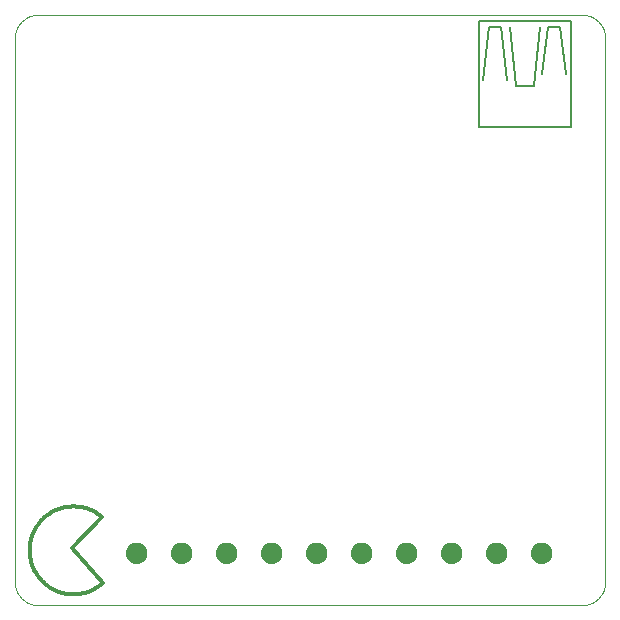
<source format=gbo>
G75*
%MOIN*%
%OFA0B0*%
%FSLAX25Y25*%
%IPPOS*%
%LPD*%
%AMOC8*
5,1,8,0,0,1.08239X$1,22.5*
%
%ADD10C,0.00000*%
%ADD11C,0.05000*%
%ADD12C,0.01200*%
%ADD13C,0.00500*%
D10*
X0001600Y0009474D02*
X0001600Y0190576D01*
X0001602Y0190766D01*
X0001609Y0190956D01*
X0001621Y0191146D01*
X0001637Y0191336D01*
X0001657Y0191525D01*
X0001683Y0191714D01*
X0001712Y0191902D01*
X0001747Y0192089D01*
X0001786Y0192275D01*
X0001829Y0192460D01*
X0001877Y0192645D01*
X0001929Y0192828D01*
X0001985Y0193009D01*
X0002046Y0193189D01*
X0002112Y0193368D01*
X0002181Y0193545D01*
X0002255Y0193721D01*
X0002333Y0193894D01*
X0002416Y0194066D01*
X0002502Y0194235D01*
X0002592Y0194403D01*
X0002687Y0194568D01*
X0002785Y0194731D01*
X0002888Y0194891D01*
X0002994Y0195049D01*
X0003104Y0195204D01*
X0003217Y0195357D01*
X0003335Y0195507D01*
X0003456Y0195653D01*
X0003580Y0195797D01*
X0003708Y0195938D01*
X0003839Y0196076D01*
X0003974Y0196211D01*
X0004112Y0196342D01*
X0004253Y0196470D01*
X0004397Y0196594D01*
X0004543Y0196715D01*
X0004693Y0196833D01*
X0004846Y0196946D01*
X0005001Y0197056D01*
X0005159Y0197162D01*
X0005319Y0197265D01*
X0005482Y0197363D01*
X0005647Y0197458D01*
X0005815Y0197548D01*
X0005984Y0197634D01*
X0006156Y0197717D01*
X0006329Y0197795D01*
X0006505Y0197869D01*
X0006682Y0197938D01*
X0006861Y0198004D01*
X0007041Y0198065D01*
X0007222Y0198121D01*
X0007405Y0198173D01*
X0007590Y0198221D01*
X0007775Y0198264D01*
X0007961Y0198303D01*
X0008148Y0198338D01*
X0008336Y0198367D01*
X0008525Y0198393D01*
X0008714Y0198413D01*
X0008904Y0198429D01*
X0009094Y0198441D01*
X0009284Y0198448D01*
X0009474Y0198450D01*
X0190576Y0198450D01*
X0190766Y0198448D01*
X0190956Y0198441D01*
X0191146Y0198429D01*
X0191336Y0198413D01*
X0191525Y0198393D01*
X0191714Y0198367D01*
X0191902Y0198338D01*
X0192089Y0198303D01*
X0192275Y0198264D01*
X0192460Y0198221D01*
X0192645Y0198173D01*
X0192828Y0198121D01*
X0193009Y0198065D01*
X0193189Y0198004D01*
X0193368Y0197938D01*
X0193545Y0197869D01*
X0193721Y0197795D01*
X0193894Y0197717D01*
X0194066Y0197634D01*
X0194235Y0197548D01*
X0194403Y0197458D01*
X0194568Y0197363D01*
X0194731Y0197265D01*
X0194891Y0197162D01*
X0195049Y0197056D01*
X0195204Y0196946D01*
X0195357Y0196833D01*
X0195507Y0196715D01*
X0195653Y0196594D01*
X0195797Y0196470D01*
X0195938Y0196342D01*
X0196076Y0196211D01*
X0196211Y0196076D01*
X0196342Y0195938D01*
X0196470Y0195797D01*
X0196594Y0195653D01*
X0196715Y0195507D01*
X0196833Y0195357D01*
X0196946Y0195204D01*
X0197056Y0195049D01*
X0197162Y0194891D01*
X0197265Y0194731D01*
X0197363Y0194568D01*
X0197458Y0194403D01*
X0197548Y0194235D01*
X0197634Y0194066D01*
X0197717Y0193894D01*
X0197795Y0193721D01*
X0197869Y0193545D01*
X0197938Y0193368D01*
X0198004Y0193189D01*
X0198065Y0193009D01*
X0198121Y0192828D01*
X0198173Y0192645D01*
X0198221Y0192460D01*
X0198264Y0192275D01*
X0198303Y0192089D01*
X0198338Y0191902D01*
X0198367Y0191714D01*
X0198393Y0191525D01*
X0198413Y0191336D01*
X0198429Y0191146D01*
X0198441Y0190956D01*
X0198448Y0190766D01*
X0198450Y0190576D01*
X0198450Y0009474D01*
X0198448Y0009284D01*
X0198441Y0009094D01*
X0198429Y0008904D01*
X0198413Y0008714D01*
X0198393Y0008525D01*
X0198367Y0008336D01*
X0198338Y0008148D01*
X0198303Y0007961D01*
X0198264Y0007775D01*
X0198221Y0007590D01*
X0198173Y0007405D01*
X0198121Y0007222D01*
X0198065Y0007041D01*
X0198004Y0006861D01*
X0197938Y0006682D01*
X0197869Y0006505D01*
X0197795Y0006329D01*
X0197717Y0006156D01*
X0197634Y0005984D01*
X0197548Y0005815D01*
X0197458Y0005647D01*
X0197363Y0005482D01*
X0197265Y0005319D01*
X0197162Y0005159D01*
X0197056Y0005001D01*
X0196946Y0004846D01*
X0196833Y0004693D01*
X0196715Y0004543D01*
X0196594Y0004397D01*
X0196470Y0004253D01*
X0196342Y0004112D01*
X0196211Y0003974D01*
X0196076Y0003839D01*
X0195938Y0003708D01*
X0195797Y0003580D01*
X0195653Y0003456D01*
X0195507Y0003335D01*
X0195357Y0003217D01*
X0195204Y0003104D01*
X0195049Y0002994D01*
X0194891Y0002888D01*
X0194731Y0002785D01*
X0194568Y0002687D01*
X0194403Y0002592D01*
X0194235Y0002502D01*
X0194066Y0002416D01*
X0193894Y0002333D01*
X0193721Y0002255D01*
X0193545Y0002181D01*
X0193368Y0002112D01*
X0193189Y0002046D01*
X0193009Y0001985D01*
X0192828Y0001929D01*
X0192645Y0001877D01*
X0192460Y0001829D01*
X0192275Y0001786D01*
X0192089Y0001747D01*
X0191902Y0001712D01*
X0191714Y0001683D01*
X0191525Y0001657D01*
X0191336Y0001637D01*
X0191146Y0001621D01*
X0190956Y0001609D01*
X0190766Y0001602D01*
X0190576Y0001600D01*
X0009474Y0001600D01*
X0009284Y0001602D01*
X0009094Y0001609D01*
X0008904Y0001621D01*
X0008714Y0001637D01*
X0008525Y0001657D01*
X0008336Y0001683D01*
X0008148Y0001712D01*
X0007961Y0001747D01*
X0007775Y0001786D01*
X0007590Y0001829D01*
X0007405Y0001877D01*
X0007222Y0001929D01*
X0007041Y0001985D01*
X0006861Y0002046D01*
X0006682Y0002112D01*
X0006505Y0002181D01*
X0006329Y0002255D01*
X0006156Y0002333D01*
X0005984Y0002416D01*
X0005815Y0002502D01*
X0005647Y0002592D01*
X0005482Y0002687D01*
X0005319Y0002785D01*
X0005159Y0002888D01*
X0005001Y0002994D01*
X0004846Y0003104D01*
X0004693Y0003217D01*
X0004543Y0003335D01*
X0004397Y0003456D01*
X0004253Y0003580D01*
X0004112Y0003708D01*
X0003974Y0003839D01*
X0003839Y0003974D01*
X0003708Y0004112D01*
X0003580Y0004253D01*
X0003456Y0004397D01*
X0003335Y0004543D01*
X0003217Y0004693D01*
X0003104Y0004846D01*
X0002994Y0005001D01*
X0002888Y0005159D01*
X0002785Y0005319D01*
X0002687Y0005482D01*
X0002592Y0005647D01*
X0002502Y0005815D01*
X0002416Y0005984D01*
X0002333Y0006156D01*
X0002255Y0006329D01*
X0002181Y0006505D01*
X0002112Y0006682D01*
X0002046Y0006861D01*
X0001985Y0007041D01*
X0001929Y0007222D01*
X0001877Y0007405D01*
X0001829Y0007590D01*
X0001786Y0007775D01*
X0001747Y0007961D01*
X0001712Y0008148D01*
X0001683Y0008336D01*
X0001657Y0008525D01*
X0001637Y0008714D01*
X0001621Y0008904D01*
X0001609Y0009094D01*
X0001602Y0009284D01*
X0001600Y0009474D01*
D11*
X0041100Y0019100D02*
X0041102Y0019163D01*
X0041108Y0019225D01*
X0041118Y0019287D01*
X0041131Y0019349D01*
X0041149Y0019409D01*
X0041170Y0019468D01*
X0041195Y0019526D01*
X0041224Y0019582D01*
X0041256Y0019636D01*
X0041291Y0019688D01*
X0041329Y0019737D01*
X0041371Y0019785D01*
X0041415Y0019829D01*
X0041463Y0019871D01*
X0041512Y0019909D01*
X0041564Y0019944D01*
X0041618Y0019976D01*
X0041674Y0020005D01*
X0041732Y0020030D01*
X0041791Y0020051D01*
X0041851Y0020069D01*
X0041913Y0020082D01*
X0041975Y0020092D01*
X0042037Y0020098D01*
X0042100Y0020100D01*
X0042163Y0020098D01*
X0042225Y0020092D01*
X0042287Y0020082D01*
X0042349Y0020069D01*
X0042409Y0020051D01*
X0042468Y0020030D01*
X0042526Y0020005D01*
X0042582Y0019976D01*
X0042636Y0019944D01*
X0042688Y0019909D01*
X0042737Y0019871D01*
X0042785Y0019829D01*
X0042829Y0019785D01*
X0042871Y0019737D01*
X0042909Y0019688D01*
X0042944Y0019636D01*
X0042976Y0019582D01*
X0043005Y0019526D01*
X0043030Y0019468D01*
X0043051Y0019409D01*
X0043069Y0019349D01*
X0043082Y0019287D01*
X0043092Y0019225D01*
X0043098Y0019163D01*
X0043100Y0019100D01*
X0043098Y0019037D01*
X0043092Y0018975D01*
X0043082Y0018913D01*
X0043069Y0018851D01*
X0043051Y0018791D01*
X0043030Y0018732D01*
X0043005Y0018674D01*
X0042976Y0018618D01*
X0042944Y0018564D01*
X0042909Y0018512D01*
X0042871Y0018463D01*
X0042829Y0018415D01*
X0042785Y0018371D01*
X0042737Y0018329D01*
X0042688Y0018291D01*
X0042636Y0018256D01*
X0042582Y0018224D01*
X0042526Y0018195D01*
X0042468Y0018170D01*
X0042409Y0018149D01*
X0042349Y0018131D01*
X0042287Y0018118D01*
X0042225Y0018108D01*
X0042163Y0018102D01*
X0042100Y0018100D01*
X0042037Y0018102D01*
X0041975Y0018108D01*
X0041913Y0018118D01*
X0041851Y0018131D01*
X0041791Y0018149D01*
X0041732Y0018170D01*
X0041674Y0018195D01*
X0041618Y0018224D01*
X0041564Y0018256D01*
X0041512Y0018291D01*
X0041463Y0018329D01*
X0041415Y0018371D01*
X0041371Y0018415D01*
X0041329Y0018463D01*
X0041291Y0018512D01*
X0041256Y0018564D01*
X0041224Y0018618D01*
X0041195Y0018674D01*
X0041170Y0018732D01*
X0041149Y0018791D01*
X0041131Y0018851D01*
X0041118Y0018913D01*
X0041108Y0018975D01*
X0041102Y0019037D01*
X0041100Y0019100D01*
X0056100Y0019100D02*
X0056102Y0019163D01*
X0056108Y0019225D01*
X0056118Y0019287D01*
X0056131Y0019349D01*
X0056149Y0019409D01*
X0056170Y0019468D01*
X0056195Y0019526D01*
X0056224Y0019582D01*
X0056256Y0019636D01*
X0056291Y0019688D01*
X0056329Y0019737D01*
X0056371Y0019785D01*
X0056415Y0019829D01*
X0056463Y0019871D01*
X0056512Y0019909D01*
X0056564Y0019944D01*
X0056618Y0019976D01*
X0056674Y0020005D01*
X0056732Y0020030D01*
X0056791Y0020051D01*
X0056851Y0020069D01*
X0056913Y0020082D01*
X0056975Y0020092D01*
X0057037Y0020098D01*
X0057100Y0020100D01*
X0057163Y0020098D01*
X0057225Y0020092D01*
X0057287Y0020082D01*
X0057349Y0020069D01*
X0057409Y0020051D01*
X0057468Y0020030D01*
X0057526Y0020005D01*
X0057582Y0019976D01*
X0057636Y0019944D01*
X0057688Y0019909D01*
X0057737Y0019871D01*
X0057785Y0019829D01*
X0057829Y0019785D01*
X0057871Y0019737D01*
X0057909Y0019688D01*
X0057944Y0019636D01*
X0057976Y0019582D01*
X0058005Y0019526D01*
X0058030Y0019468D01*
X0058051Y0019409D01*
X0058069Y0019349D01*
X0058082Y0019287D01*
X0058092Y0019225D01*
X0058098Y0019163D01*
X0058100Y0019100D01*
X0058098Y0019037D01*
X0058092Y0018975D01*
X0058082Y0018913D01*
X0058069Y0018851D01*
X0058051Y0018791D01*
X0058030Y0018732D01*
X0058005Y0018674D01*
X0057976Y0018618D01*
X0057944Y0018564D01*
X0057909Y0018512D01*
X0057871Y0018463D01*
X0057829Y0018415D01*
X0057785Y0018371D01*
X0057737Y0018329D01*
X0057688Y0018291D01*
X0057636Y0018256D01*
X0057582Y0018224D01*
X0057526Y0018195D01*
X0057468Y0018170D01*
X0057409Y0018149D01*
X0057349Y0018131D01*
X0057287Y0018118D01*
X0057225Y0018108D01*
X0057163Y0018102D01*
X0057100Y0018100D01*
X0057037Y0018102D01*
X0056975Y0018108D01*
X0056913Y0018118D01*
X0056851Y0018131D01*
X0056791Y0018149D01*
X0056732Y0018170D01*
X0056674Y0018195D01*
X0056618Y0018224D01*
X0056564Y0018256D01*
X0056512Y0018291D01*
X0056463Y0018329D01*
X0056415Y0018371D01*
X0056371Y0018415D01*
X0056329Y0018463D01*
X0056291Y0018512D01*
X0056256Y0018564D01*
X0056224Y0018618D01*
X0056195Y0018674D01*
X0056170Y0018732D01*
X0056149Y0018791D01*
X0056131Y0018851D01*
X0056118Y0018913D01*
X0056108Y0018975D01*
X0056102Y0019037D01*
X0056100Y0019100D01*
X0071100Y0019100D02*
X0071102Y0019163D01*
X0071108Y0019225D01*
X0071118Y0019287D01*
X0071131Y0019349D01*
X0071149Y0019409D01*
X0071170Y0019468D01*
X0071195Y0019526D01*
X0071224Y0019582D01*
X0071256Y0019636D01*
X0071291Y0019688D01*
X0071329Y0019737D01*
X0071371Y0019785D01*
X0071415Y0019829D01*
X0071463Y0019871D01*
X0071512Y0019909D01*
X0071564Y0019944D01*
X0071618Y0019976D01*
X0071674Y0020005D01*
X0071732Y0020030D01*
X0071791Y0020051D01*
X0071851Y0020069D01*
X0071913Y0020082D01*
X0071975Y0020092D01*
X0072037Y0020098D01*
X0072100Y0020100D01*
X0072163Y0020098D01*
X0072225Y0020092D01*
X0072287Y0020082D01*
X0072349Y0020069D01*
X0072409Y0020051D01*
X0072468Y0020030D01*
X0072526Y0020005D01*
X0072582Y0019976D01*
X0072636Y0019944D01*
X0072688Y0019909D01*
X0072737Y0019871D01*
X0072785Y0019829D01*
X0072829Y0019785D01*
X0072871Y0019737D01*
X0072909Y0019688D01*
X0072944Y0019636D01*
X0072976Y0019582D01*
X0073005Y0019526D01*
X0073030Y0019468D01*
X0073051Y0019409D01*
X0073069Y0019349D01*
X0073082Y0019287D01*
X0073092Y0019225D01*
X0073098Y0019163D01*
X0073100Y0019100D01*
X0073098Y0019037D01*
X0073092Y0018975D01*
X0073082Y0018913D01*
X0073069Y0018851D01*
X0073051Y0018791D01*
X0073030Y0018732D01*
X0073005Y0018674D01*
X0072976Y0018618D01*
X0072944Y0018564D01*
X0072909Y0018512D01*
X0072871Y0018463D01*
X0072829Y0018415D01*
X0072785Y0018371D01*
X0072737Y0018329D01*
X0072688Y0018291D01*
X0072636Y0018256D01*
X0072582Y0018224D01*
X0072526Y0018195D01*
X0072468Y0018170D01*
X0072409Y0018149D01*
X0072349Y0018131D01*
X0072287Y0018118D01*
X0072225Y0018108D01*
X0072163Y0018102D01*
X0072100Y0018100D01*
X0072037Y0018102D01*
X0071975Y0018108D01*
X0071913Y0018118D01*
X0071851Y0018131D01*
X0071791Y0018149D01*
X0071732Y0018170D01*
X0071674Y0018195D01*
X0071618Y0018224D01*
X0071564Y0018256D01*
X0071512Y0018291D01*
X0071463Y0018329D01*
X0071415Y0018371D01*
X0071371Y0018415D01*
X0071329Y0018463D01*
X0071291Y0018512D01*
X0071256Y0018564D01*
X0071224Y0018618D01*
X0071195Y0018674D01*
X0071170Y0018732D01*
X0071149Y0018791D01*
X0071131Y0018851D01*
X0071118Y0018913D01*
X0071108Y0018975D01*
X0071102Y0019037D01*
X0071100Y0019100D01*
X0086100Y0019100D02*
X0086102Y0019163D01*
X0086108Y0019225D01*
X0086118Y0019287D01*
X0086131Y0019349D01*
X0086149Y0019409D01*
X0086170Y0019468D01*
X0086195Y0019526D01*
X0086224Y0019582D01*
X0086256Y0019636D01*
X0086291Y0019688D01*
X0086329Y0019737D01*
X0086371Y0019785D01*
X0086415Y0019829D01*
X0086463Y0019871D01*
X0086512Y0019909D01*
X0086564Y0019944D01*
X0086618Y0019976D01*
X0086674Y0020005D01*
X0086732Y0020030D01*
X0086791Y0020051D01*
X0086851Y0020069D01*
X0086913Y0020082D01*
X0086975Y0020092D01*
X0087037Y0020098D01*
X0087100Y0020100D01*
X0087163Y0020098D01*
X0087225Y0020092D01*
X0087287Y0020082D01*
X0087349Y0020069D01*
X0087409Y0020051D01*
X0087468Y0020030D01*
X0087526Y0020005D01*
X0087582Y0019976D01*
X0087636Y0019944D01*
X0087688Y0019909D01*
X0087737Y0019871D01*
X0087785Y0019829D01*
X0087829Y0019785D01*
X0087871Y0019737D01*
X0087909Y0019688D01*
X0087944Y0019636D01*
X0087976Y0019582D01*
X0088005Y0019526D01*
X0088030Y0019468D01*
X0088051Y0019409D01*
X0088069Y0019349D01*
X0088082Y0019287D01*
X0088092Y0019225D01*
X0088098Y0019163D01*
X0088100Y0019100D01*
X0088098Y0019037D01*
X0088092Y0018975D01*
X0088082Y0018913D01*
X0088069Y0018851D01*
X0088051Y0018791D01*
X0088030Y0018732D01*
X0088005Y0018674D01*
X0087976Y0018618D01*
X0087944Y0018564D01*
X0087909Y0018512D01*
X0087871Y0018463D01*
X0087829Y0018415D01*
X0087785Y0018371D01*
X0087737Y0018329D01*
X0087688Y0018291D01*
X0087636Y0018256D01*
X0087582Y0018224D01*
X0087526Y0018195D01*
X0087468Y0018170D01*
X0087409Y0018149D01*
X0087349Y0018131D01*
X0087287Y0018118D01*
X0087225Y0018108D01*
X0087163Y0018102D01*
X0087100Y0018100D01*
X0087037Y0018102D01*
X0086975Y0018108D01*
X0086913Y0018118D01*
X0086851Y0018131D01*
X0086791Y0018149D01*
X0086732Y0018170D01*
X0086674Y0018195D01*
X0086618Y0018224D01*
X0086564Y0018256D01*
X0086512Y0018291D01*
X0086463Y0018329D01*
X0086415Y0018371D01*
X0086371Y0018415D01*
X0086329Y0018463D01*
X0086291Y0018512D01*
X0086256Y0018564D01*
X0086224Y0018618D01*
X0086195Y0018674D01*
X0086170Y0018732D01*
X0086149Y0018791D01*
X0086131Y0018851D01*
X0086118Y0018913D01*
X0086108Y0018975D01*
X0086102Y0019037D01*
X0086100Y0019100D01*
X0101100Y0019100D02*
X0101102Y0019163D01*
X0101108Y0019225D01*
X0101118Y0019287D01*
X0101131Y0019349D01*
X0101149Y0019409D01*
X0101170Y0019468D01*
X0101195Y0019526D01*
X0101224Y0019582D01*
X0101256Y0019636D01*
X0101291Y0019688D01*
X0101329Y0019737D01*
X0101371Y0019785D01*
X0101415Y0019829D01*
X0101463Y0019871D01*
X0101512Y0019909D01*
X0101564Y0019944D01*
X0101618Y0019976D01*
X0101674Y0020005D01*
X0101732Y0020030D01*
X0101791Y0020051D01*
X0101851Y0020069D01*
X0101913Y0020082D01*
X0101975Y0020092D01*
X0102037Y0020098D01*
X0102100Y0020100D01*
X0102163Y0020098D01*
X0102225Y0020092D01*
X0102287Y0020082D01*
X0102349Y0020069D01*
X0102409Y0020051D01*
X0102468Y0020030D01*
X0102526Y0020005D01*
X0102582Y0019976D01*
X0102636Y0019944D01*
X0102688Y0019909D01*
X0102737Y0019871D01*
X0102785Y0019829D01*
X0102829Y0019785D01*
X0102871Y0019737D01*
X0102909Y0019688D01*
X0102944Y0019636D01*
X0102976Y0019582D01*
X0103005Y0019526D01*
X0103030Y0019468D01*
X0103051Y0019409D01*
X0103069Y0019349D01*
X0103082Y0019287D01*
X0103092Y0019225D01*
X0103098Y0019163D01*
X0103100Y0019100D01*
X0103098Y0019037D01*
X0103092Y0018975D01*
X0103082Y0018913D01*
X0103069Y0018851D01*
X0103051Y0018791D01*
X0103030Y0018732D01*
X0103005Y0018674D01*
X0102976Y0018618D01*
X0102944Y0018564D01*
X0102909Y0018512D01*
X0102871Y0018463D01*
X0102829Y0018415D01*
X0102785Y0018371D01*
X0102737Y0018329D01*
X0102688Y0018291D01*
X0102636Y0018256D01*
X0102582Y0018224D01*
X0102526Y0018195D01*
X0102468Y0018170D01*
X0102409Y0018149D01*
X0102349Y0018131D01*
X0102287Y0018118D01*
X0102225Y0018108D01*
X0102163Y0018102D01*
X0102100Y0018100D01*
X0102037Y0018102D01*
X0101975Y0018108D01*
X0101913Y0018118D01*
X0101851Y0018131D01*
X0101791Y0018149D01*
X0101732Y0018170D01*
X0101674Y0018195D01*
X0101618Y0018224D01*
X0101564Y0018256D01*
X0101512Y0018291D01*
X0101463Y0018329D01*
X0101415Y0018371D01*
X0101371Y0018415D01*
X0101329Y0018463D01*
X0101291Y0018512D01*
X0101256Y0018564D01*
X0101224Y0018618D01*
X0101195Y0018674D01*
X0101170Y0018732D01*
X0101149Y0018791D01*
X0101131Y0018851D01*
X0101118Y0018913D01*
X0101108Y0018975D01*
X0101102Y0019037D01*
X0101100Y0019100D01*
X0116100Y0019100D02*
X0116102Y0019163D01*
X0116108Y0019225D01*
X0116118Y0019287D01*
X0116131Y0019349D01*
X0116149Y0019409D01*
X0116170Y0019468D01*
X0116195Y0019526D01*
X0116224Y0019582D01*
X0116256Y0019636D01*
X0116291Y0019688D01*
X0116329Y0019737D01*
X0116371Y0019785D01*
X0116415Y0019829D01*
X0116463Y0019871D01*
X0116512Y0019909D01*
X0116564Y0019944D01*
X0116618Y0019976D01*
X0116674Y0020005D01*
X0116732Y0020030D01*
X0116791Y0020051D01*
X0116851Y0020069D01*
X0116913Y0020082D01*
X0116975Y0020092D01*
X0117037Y0020098D01*
X0117100Y0020100D01*
X0117163Y0020098D01*
X0117225Y0020092D01*
X0117287Y0020082D01*
X0117349Y0020069D01*
X0117409Y0020051D01*
X0117468Y0020030D01*
X0117526Y0020005D01*
X0117582Y0019976D01*
X0117636Y0019944D01*
X0117688Y0019909D01*
X0117737Y0019871D01*
X0117785Y0019829D01*
X0117829Y0019785D01*
X0117871Y0019737D01*
X0117909Y0019688D01*
X0117944Y0019636D01*
X0117976Y0019582D01*
X0118005Y0019526D01*
X0118030Y0019468D01*
X0118051Y0019409D01*
X0118069Y0019349D01*
X0118082Y0019287D01*
X0118092Y0019225D01*
X0118098Y0019163D01*
X0118100Y0019100D01*
X0118098Y0019037D01*
X0118092Y0018975D01*
X0118082Y0018913D01*
X0118069Y0018851D01*
X0118051Y0018791D01*
X0118030Y0018732D01*
X0118005Y0018674D01*
X0117976Y0018618D01*
X0117944Y0018564D01*
X0117909Y0018512D01*
X0117871Y0018463D01*
X0117829Y0018415D01*
X0117785Y0018371D01*
X0117737Y0018329D01*
X0117688Y0018291D01*
X0117636Y0018256D01*
X0117582Y0018224D01*
X0117526Y0018195D01*
X0117468Y0018170D01*
X0117409Y0018149D01*
X0117349Y0018131D01*
X0117287Y0018118D01*
X0117225Y0018108D01*
X0117163Y0018102D01*
X0117100Y0018100D01*
X0117037Y0018102D01*
X0116975Y0018108D01*
X0116913Y0018118D01*
X0116851Y0018131D01*
X0116791Y0018149D01*
X0116732Y0018170D01*
X0116674Y0018195D01*
X0116618Y0018224D01*
X0116564Y0018256D01*
X0116512Y0018291D01*
X0116463Y0018329D01*
X0116415Y0018371D01*
X0116371Y0018415D01*
X0116329Y0018463D01*
X0116291Y0018512D01*
X0116256Y0018564D01*
X0116224Y0018618D01*
X0116195Y0018674D01*
X0116170Y0018732D01*
X0116149Y0018791D01*
X0116131Y0018851D01*
X0116118Y0018913D01*
X0116108Y0018975D01*
X0116102Y0019037D01*
X0116100Y0019100D01*
X0131100Y0019100D02*
X0131102Y0019163D01*
X0131108Y0019225D01*
X0131118Y0019287D01*
X0131131Y0019349D01*
X0131149Y0019409D01*
X0131170Y0019468D01*
X0131195Y0019526D01*
X0131224Y0019582D01*
X0131256Y0019636D01*
X0131291Y0019688D01*
X0131329Y0019737D01*
X0131371Y0019785D01*
X0131415Y0019829D01*
X0131463Y0019871D01*
X0131512Y0019909D01*
X0131564Y0019944D01*
X0131618Y0019976D01*
X0131674Y0020005D01*
X0131732Y0020030D01*
X0131791Y0020051D01*
X0131851Y0020069D01*
X0131913Y0020082D01*
X0131975Y0020092D01*
X0132037Y0020098D01*
X0132100Y0020100D01*
X0132163Y0020098D01*
X0132225Y0020092D01*
X0132287Y0020082D01*
X0132349Y0020069D01*
X0132409Y0020051D01*
X0132468Y0020030D01*
X0132526Y0020005D01*
X0132582Y0019976D01*
X0132636Y0019944D01*
X0132688Y0019909D01*
X0132737Y0019871D01*
X0132785Y0019829D01*
X0132829Y0019785D01*
X0132871Y0019737D01*
X0132909Y0019688D01*
X0132944Y0019636D01*
X0132976Y0019582D01*
X0133005Y0019526D01*
X0133030Y0019468D01*
X0133051Y0019409D01*
X0133069Y0019349D01*
X0133082Y0019287D01*
X0133092Y0019225D01*
X0133098Y0019163D01*
X0133100Y0019100D01*
X0133098Y0019037D01*
X0133092Y0018975D01*
X0133082Y0018913D01*
X0133069Y0018851D01*
X0133051Y0018791D01*
X0133030Y0018732D01*
X0133005Y0018674D01*
X0132976Y0018618D01*
X0132944Y0018564D01*
X0132909Y0018512D01*
X0132871Y0018463D01*
X0132829Y0018415D01*
X0132785Y0018371D01*
X0132737Y0018329D01*
X0132688Y0018291D01*
X0132636Y0018256D01*
X0132582Y0018224D01*
X0132526Y0018195D01*
X0132468Y0018170D01*
X0132409Y0018149D01*
X0132349Y0018131D01*
X0132287Y0018118D01*
X0132225Y0018108D01*
X0132163Y0018102D01*
X0132100Y0018100D01*
X0132037Y0018102D01*
X0131975Y0018108D01*
X0131913Y0018118D01*
X0131851Y0018131D01*
X0131791Y0018149D01*
X0131732Y0018170D01*
X0131674Y0018195D01*
X0131618Y0018224D01*
X0131564Y0018256D01*
X0131512Y0018291D01*
X0131463Y0018329D01*
X0131415Y0018371D01*
X0131371Y0018415D01*
X0131329Y0018463D01*
X0131291Y0018512D01*
X0131256Y0018564D01*
X0131224Y0018618D01*
X0131195Y0018674D01*
X0131170Y0018732D01*
X0131149Y0018791D01*
X0131131Y0018851D01*
X0131118Y0018913D01*
X0131108Y0018975D01*
X0131102Y0019037D01*
X0131100Y0019100D01*
X0146100Y0019100D02*
X0146102Y0019163D01*
X0146108Y0019225D01*
X0146118Y0019287D01*
X0146131Y0019349D01*
X0146149Y0019409D01*
X0146170Y0019468D01*
X0146195Y0019526D01*
X0146224Y0019582D01*
X0146256Y0019636D01*
X0146291Y0019688D01*
X0146329Y0019737D01*
X0146371Y0019785D01*
X0146415Y0019829D01*
X0146463Y0019871D01*
X0146512Y0019909D01*
X0146564Y0019944D01*
X0146618Y0019976D01*
X0146674Y0020005D01*
X0146732Y0020030D01*
X0146791Y0020051D01*
X0146851Y0020069D01*
X0146913Y0020082D01*
X0146975Y0020092D01*
X0147037Y0020098D01*
X0147100Y0020100D01*
X0147163Y0020098D01*
X0147225Y0020092D01*
X0147287Y0020082D01*
X0147349Y0020069D01*
X0147409Y0020051D01*
X0147468Y0020030D01*
X0147526Y0020005D01*
X0147582Y0019976D01*
X0147636Y0019944D01*
X0147688Y0019909D01*
X0147737Y0019871D01*
X0147785Y0019829D01*
X0147829Y0019785D01*
X0147871Y0019737D01*
X0147909Y0019688D01*
X0147944Y0019636D01*
X0147976Y0019582D01*
X0148005Y0019526D01*
X0148030Y0019468D01*
X0148051Y0019409D01*
X0148069Y0019349D01*
X0148082Y0019287D01*
X0148092Y0019225D01*
X0148098Y0019163D01*
X0148100Y0019100D01*
X0148098Y0019037D01*
X0148092Y0018975D01*
X0148082Y0018913D01*
X0148069Y0018851D01*
X0148051Y0018791D01*
X0148030Y0018732D01*
X0148005Y0018674D01*
X0147976Y0018618D01*
X0147944Y0018564D01*
X0147909Y0018512D01*
X0147871Y0018463D01*
X0147829Y0018415D01*
X0147785Y0018371D01*
X0147737Y0018329D01*
X0147688Y0018291D01*
X0147636Y0018256D01*
X0147582Y0018224D01*
X0147526Y0018195D01*
X0147468Y0018170D01*
X0147409Y0018149D01*
X0147349Y0018131D01*
X0147287Y0018118D01*
X0147225Y0018108D01*
X0147163Y0018102D01*
X0147100Y0018100D01*
X0147037Y0018102D01*
X0146975Y0018108D01*
X0146913Y0018118D01*
X0146851Y0018131D01*
X0146791Y0018149D01*
X0146732Y0018170D01*
X0146674Y0018195D01*
X0146618Y0018224D01*
X0146564Y0018256D01*
X0146512Y0018291D01*
X0146463Y0018329D01*
X0146415Y0018371D01*
X0146371Y0018415D01*
X0146329Y0018463D01*
X0146291Y0018512D01*
X0146256Y0018564D01*
X0146224Y0018618D01*
X0146195Y0018674D01*
X0146170Y0018732D01*
X0146149Y0018791D01*
X0146131Y0018851D01*
X0146118Y0018913D01*
X0146108Y0018975D01*
X0146102Y0019037D01*
X0146100Y0019100D01*
X0161100Y0019100D02*
X0161102Y0019163D01*
X0161108Y0019225D01*
X0161118Y0019287D01*
X0161131Y0019349D01*
X0161149Y0019409D01*
X0161170Y0019468D01*
X0161195Y0019526D01*
X0161224Y0019582D01*
X0161256Y0019636D01*
X0161291Y0019688D01*
X0161329Y0019737D01*
X0161371Y0019785D01*
X0161415Y0019829D01*
X0161463Y0019871D01*
X0161512Y0019909D01*
X0161564Y0019944D01*
X0161618Y0019976D01*
X0161674Y0020005D01*
X0161732Y0020030D01*
X0161791Y0020051D01*
X0161851Y0020069D01*
X0161913Y0020082D01*
X0161975Y0020092D01*
X0162037Y0020098D01*
X0162100Y0020100D01*
X0162163Y0020098D01*
X0162225Y0020092D01*
X0162287Y0020082D01*
X0162349Y0020069D01*
X0162409Y0020051D01*
X0162468Y0020030D01*
X0162526Y0020005D01*
X0162582Y0019976D01*
X0162636Y0019944D01*
X0162688Y0019909D01*
X0162737Y0019871D01*
X0162785Y0019829D01*
X0162829Y0019785D01*
X0162871Y0019737D01*
X0162909Y0019688D01*
X0162944Y0019636D01*
X0162976Y0019582D01*
X0163005Y0019526D01*
X0163030Y0019468D01*
X0163051Y0019409D01*
X0163069Y0019349D01*
X0163082Y0019287D01*
X0163092Y0019225D01*
X0163098Y0019163D01*
X0163100Y0019100D01*
X0163098Y0019037D01*
X0163092Y0018975D01*
X0163082Y0018913D01*
X0163069Y0018851D01*
X0163051Y0018791D01*
X0163030Y0018732D01*
X0163005Y0018674D01*
X0162976Y0018618D01*
X0162944Y0018564D01*
X0162909Y0018512D01*
X0162871Y0018463D01*
X0162829Y0018415D01*
X0162785Y0018371D01*
X0162737Y0018329D01*
X0162688Y0018291D01*
X0162636Y0018256D01*
X0162582Y0018224D01*
X0162526Y0018195D01*
X0162468Y0018170D01*
X0162409Y0018149D01*
X0162349Y0018131D01*
X0162287Y0018118D01*
X0162225Y0018108D01*
X0162163Y0018102D01*
X0162100Y0018100D01*
X0162037Y0018102D01*
X0161975Y0018108D01*
X0161913Y0018118D01*
X0161851Y0018131D01*
X0161791Y0018149D01*
X0161732Y0018170D01*
X0161674Y0018195D01*
X0161618Y0018224D01*
X0161564Y0018256D01*
X0161512Y0018291D01*
X0161463Y0018329D01*
X0161415Y0018371D01*
X0161371Y0018415D01*
X0161329Y0018463D01*
X0161291Y0018512D01*
X0161256Y0018564D01*
X0161224Y0018618D01*
X0161195Y0018674D01*
X0161170Y0018732D01*
X0161149Y0018791D01*
X0161131Y0018851D01*
X0161118Y0018913D01*
X0161108Y0018975D01*
X0161102Y0019037D01*
X0161100Y0019100D01*
X0176100Y0019100D02*
X0176102Y0019163D01*
X0176108Y0019225D01*
X0176118Y0019287D01*
X0176131Y0019349D01*
X0176149Y0019409D01*
X0176170Y0019468D01*
X0176195Y0019526D01*
X0176224Y0019582D01*
X0176256Y0019636D01*
X0176291Y0019688D01*
X0176329Y0019737D01*
X0176371Y0019785D01*
X0176415Y0019829D01*
X0176463Y0019871D01*
X0176512Y0019909D01*
X0176564Y0019944D01*
X0176618Y0019976D01*
X0176674Y0020005D01*
X0176732Y0020030D01*
X0176791Y0020051D01*
X0176851Y0020069D01*
X0176913Y0020082D01*
X0176975Y0020092D01*
X0177037Y0020098D01*
X0177100Y0020100D01*
X0177163Y0020098D01*
X0177225Y0020092D01*
X0177287Y0020082D01*
X0177349Y0020069D01*
X0177409Y0020051D01*
X0177468Y0020030D01*
X0177526Y0020005D01*
X0177582Y0019976D01*
X0177636Y0019944D01*
X0177688Y0019909D01*
X0177737Y0019871D01*
X0177785Y0019829D01*
X0177829Y0019785D01*
X0177871Y0019737D01*
X0177909Y0019688D01*
X0177944Y0019636D01*
X0177976Y0019582D01*
X0178005Y0019526D01*
X0178030Y0019468D01*
X0178051Y0019409D01*
X0178069Y0019349D01*
X0178082Y0019287D01*
X0178092Y0019225D01*
X0178098Y0019163D01*
X0178100Y0019100D01*
X0178098Y0019037D01*
X0178092Y0018975D01*
X0178082Y0018913D01*
X0178069Y0018851D01*
X0178051Y0018791D01*
X0178030Y0018732D01*
X0178005Y0018674D01*
X0177976Y0018618D01*
X0177944Y0018564D01*
X0177909Y0018512D01*
X0177871Y0018463D01*
X0177829Y0018415D01*
X0177785Y0018371D01*
X0177737Y0018329D01*
X0177688Y0018291D01*
X0177636Y0018256D01*
X0177582Y0018224D01*
X0177526Y0018195D01*
X0177468Y0018170D01*
X0177409Y0018149D01*
X0177349Y0018131D01*
X0177287Y0018118D01*
X0177225Y0018108D01*
X0177163Y0018102D01*
X0177100Y0018100D01*
X0177037Y0018102D01*
X0176975Y0018108D01*
X0176913Y0018118D01*
X0176851Y0018131D01*
X0176791Y0018149D01*
X0176732Y0018170D01*
X0176674Y0018195D01*
X0176618Y0018224D01*
X0176564Y0018256D01*
X0176512Y0018291D01*
X0176463Y0018329D01*
X0176415Y0018371D01*
X0176371Y0018415D01*
X0176329Y0018463D01*
X0176291Y0018512D01*
X0176256Y0018564D01*
X0176224Y0018618D01*
X0176195Y0018674D01*
X0176170Y0018732D01*
X0176149Y0018791D01*
X0176131Y0018851D01*
X0176118Y0018913D01*
X0176108Y0018975D01*
X0176102Y0019037D01*
X0176100Y0019100D01*
D12*
X0031100Y0009100D02*
X0020600Y0020600D01*
X0030600Y0031100D01*
X0030323Y0031327D01*
X0030039Y0031547D01*
X0029751Y0031760D01*
X0029457Y0031967D01*
X0029159Y0032166D01*
X0028855Y0032357D01*
X0028547Y0032541D01*
X0028235Y0032718D01*
X0027918Y0032886D01*
X0027597Y0033047D01*
X0027273Y0033200D01*
X0026944Y0033345D01*
X0026613Y0033482D01*
X0026278Y0033611D01*
X0025940Y0033732D01*
X0025599Y0033844D01*
X0025255Y0033948D01*
X0024909Y0034043D01*
X0024561Y0034130D01*
X0024211Y0034208D01*
X0023859Y0034278D01*
X0023505Y0034339D01*
X0023150Y0034391D01*
X0022794Y0034435D01*
X0022437Y0034470D01*
X0022079Y0034496D01*
X0021721Y0034513D01*
X0021362Y0034522D01*
X0021003Y0034522D01*
X0020644Y0034513D01*
X0020286Y0034495D01*
X0019928Y0034468D01*
X0019571Y0034433D01*
X0019215Y0034389D01*
X0018860Y0034336D01*
X0018506Y0034275D01*
X0018155Y0034205D01*
X0017804Y0034126D01*
X0017456Y0034039D01*
X0017111Y0033943D01*
X0016767Y0033839D01*
X0016426Y0033726D01*
X0016089Y0033605D01*
X0015754Y0033476D01*
X0015422Y0033339D01*
X0015094Y0033193D01*
X0014770Y0033040D01*
X0014449Y0032879D01*
X0014133Y0032710D01*
X0013820Y0032533D01*
X0013513Y0032348D01*
X0013209Y0032156D01*
X0012911Y0031957D01*
X0012618Y0031751D01*
X0012329Y0031537D01*
X0012046Y0031316D01*
X0011769Y0031089D01*
X0011497Y0030855D01*
X0011231Y0030614D01*
X0010971Y0030366D01*
X0010717Y0030113D01*
X0010469Y0029853D01*
X0010228Y0029587D01*
X0009994Y0029316D01*
X0009766Y0029039D01*
X0009545Y0028756D01*
X0009331Y0028468D01*
X0009124Y0028175D01*
X0008924Y0027876D01*
X0008732Y0027573D01*
X0008547Y0027266D01*
X0008370Y0026954D01*
X0008200Y0026638D01*
X0008039Y0026317D01*
X0007885Y0025993D01*
X0007739Y0025665D01*
X0007601Y0025334D01*
X0007472Y0024999D01*
X0007351Y0024661D01*
X0007238Y0024321D01*
X0007133Y0023977D01*
X0007037Y0023632D01*
X0006949Y0023284D01*
X0006870Y0022934D01*
X0006799Y0022582D01*
X0006738Y0022228D01*
X0006684Y0021874D01*
X0006640Y0021518D01*
X0006604Y0021160D01*
X0006577Y0020803D01*
X0006559Y0020444D01*
X0006549Y0020086D01*
X0006549Y0019727D01*
X0006557Y0019368D01*
X0006574Y0019009D01*
X0006600Y0018652D01*
X0006634Y0018294D01*
X0006677Y0017938D01*
X0006729Y0017583D01*
X0006790Y0017229D01*
X0006859Y0016877D01*
X0006937Y0016527D01*
X0007023Y0016179D01*
X0007118Y0015833D01*
X0007222Y0015489D01*
X0007334Y0015148D01*
X0007454Y0014810D01*
X0007582Y0014475D01*
X0007719Y0014143D01*
X0007863Y0013815D01*
X0008016Y0013490D01*
X0008176Y0013169D01*
X0008345Y0012852D01*
X0008521Y0012539D01*
X0008705Y0012231D01*
X0008896Y0011927D01*
X0009094Y0011628D01*
X0009300Y0011334D01*
X0009513Y0011046D01*
X0009733Y0010762D01*
X0009960Y0010484D01*
X0010194Y0010212D01*
X0010434Y0009945D01*
X0010681Y0009685D01*
X0010933Y0009430D01*
X0011193Y0009182D01*
X0011458Y0008940D01*
X0011729Y0008705D01*
X0012005Y0008476D01*
X0012288Y0008255D01*
X0012575Y0008040D01*
X0012868Y0007832D01*
X0013166Y0007632D01*
X0013468Y0007439D01*
X0013775Y0007254D01*
X0014087Y0007076D01*
X0014403Y0006905D01*
X0014723Y0006743D01*
X0015047Y0006588D01*
X0015374Y0006442D01*
X0015705Y0006303D01*
X0016040Y0006173D01*
X0016377Y0006051D01*
X0016717Y0005937D01*
X0017060Y0005832D01*
X0017406Y0005735D01*
X0017754Y0005646D01*
X0018103Y0005566D01*
X0018455Y0005495D01*
X0018808Y0005432D01*
X0019163Y0005378D01*
X0019519Y0005333D01*
X0019876Y0005296D01*
X0020234Y0005268D01*
X0020592Y0005249D01*
X0020951Y0005239D01*
X0021310Y0005237D01*
X0021669Y0005245D01*
X0022027Y0005261D01*
X0022385Y0005286D01*
X0022742Y0005319D01*
X0023099Y0005362D01*
X0023454Y0005413D01*
X0023808Y0005473D01*
X0024160Y0005541D01*
X0024510Y0005618D01*
X0024859Y0005704D01*
X0025205Y0005798D01*
X0025549Y0005901D01*
X0025890Y0006012D01*
X0026229Y0006131D01*
X0026564Y0006258D01*
X0026896Y0006394D01*
X0027225Y0006538D01*
X0027550Y0006690D01*
X0027871Y0006850D01*
X0028189Y0007017D01*
X0028502Y0007193D01*
X0028811Y0007376D01*
X0029115Y0007566D01*
X0029414Y0007764D01*
X0029708Y0007969D01*
X0029998Y0008181D01*
X0030282Y0008401D01*
X0030560Y0008627D01*
X0030833Y0008860D01*
X0031100Y0009099D01*
D13*
X0156246Y0160931D02*
X0156246Y0196364D01*
X0186954Y0196364D01*
X0186954Y0160931D01*
X0156246Y0160931D01*
X0168647Y0174710D02*
X0166679Y0194395D01*
X0163726Y0194395D02*
X0165694Y0176679D01*
X0168647Y0174710D02*
X0174553Y0174710D01*
X0176521Y0194395D01*
X0179474Y0194395D02*
X0177506Y0178647D01*
X0185380Y0178647D02*
X0183411Y0194395D01*
X0179474Y0194395D01*
X0163726Y0194395D02*
X0159789Y0194395D01*
X0157820Y0176679D01*
M02*

</source>
